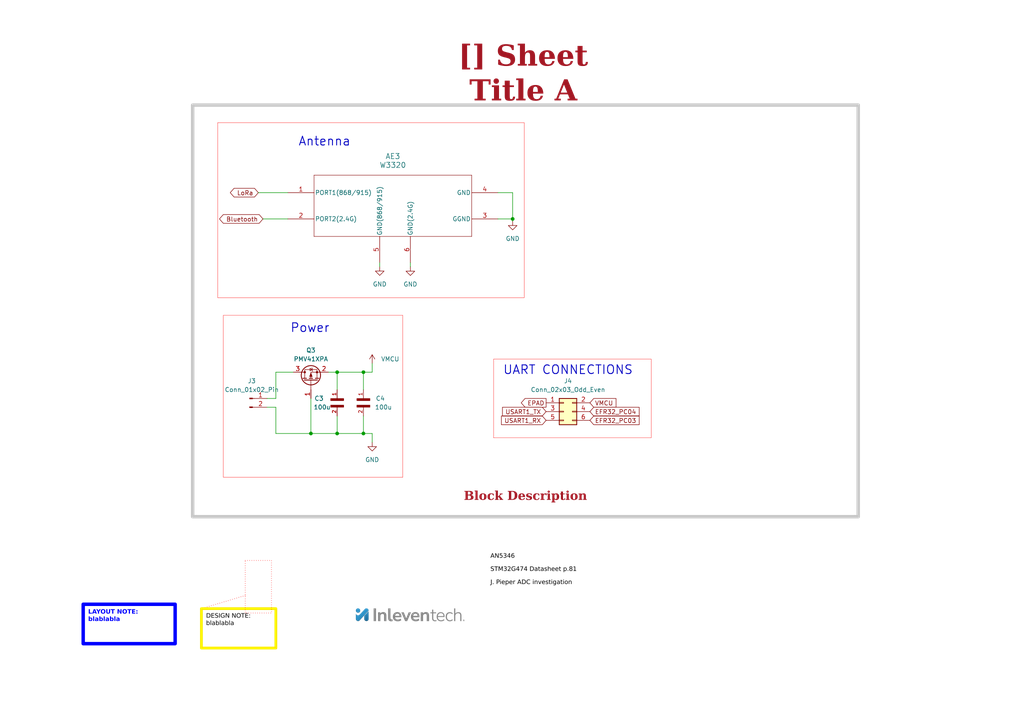
<source format=kicad_sch>
(kicad_sch (version 20250114) (generator "eeschema") (generator_version "9.0")
  (paper "A4")
  (title_block (title "Sheet Title A") (date "Last Modified Date") (rev "${REVISION}") (company "${COMPANY}"))
  (lib_symbols
    (symbol "Bluetooth____LoRa:+BATT" (power) (pin_names (offset 0))
      (property "Value" "+BATT" (at 0 3.556 0))
      (symbol "+BATT_0_1"
        (polyline (pts (xy -0.762 1.27) (xy 0 2.54)))
        (polyline (pts (xy 0 2.54) (xy 0.762 1.27)))
        (polyline (pts (xy 0 0) (xy 0 2.54)))
      )
      (symbol "+BATT_1_1"
        (pin power_in line (at 0 0 90) (length 0) (hide yes) (name "+BATT") (number "1"))
      )
    )
    (symbol "Bluetooth____LoRa:CL31A107MQHNNWE" (pin_names (offset 1.016))
      (property "Reference" "C" (at 0 3.8109 0))
      (property "Value" "CL31A107MQHNNWE" (at 0 -5.0885 0))
      (symbol "CL31A107MQHNNWE_0_0"
        (rectangle (start 0 -1.9069) (end 0.635 1.905) (stroke (width 0.1)) (fill (type outline)))
        (rectangle (start 1.9069 -1.9069) (end 2.54 1.905) (stroke (width 0.1)) (fill (type outline)))
        (pin passive line (at -2.54 0 0) (length 2.54) (name "~") (number "1"))
        (pin passive line (at 5.08 0 180) (length 2.54) (name "~") (number "2"))
      )
    )
    (symbol "Bluetooth____LoRa:Conn_01x02_Pin" (pin_names (offset 1.016) (hide yes))
      (property "Reference" "J" (at 0 2.54 0))
      (property "Value" "Conn_01x02_Pin" (at 0 -5.08 0))
      (symbol "Conn_01x02_Pin_1_1"
        (rectangle (start 0.8636 0.127) (end 0 -0.127) (stroke (width 0.1524)) (fill (type outline)))
        (rectangle (start 0.8636 -2.413) (end 0 -2.667) (stroke (width 0.1524)) (fill (type outline)))
        (polyline (pts (xy 1.27 0) (xy 0.8636 0)) (stroke (width 0.1524)))
        (polyline (pts (xy 1.27 -2.54) (xy 0.8636 -2.54)) (stroke (width 0.1524)))
        (pin passive line (at 5.08 0 180) (length 3.81) (name "Pin_1") (number "1"))
        (pin passive line (at 5.08 -2.54 180) (length 3.81) (name "Pin_2") (number "2"))
      )
    )
    (symbol "Bluetooth____LoRa:GND" (power) (pin_numbers (hide yes)) (pin_names (offset 0) (hide yes))
      (property "Value" "GND" (at 0 -3.81 0))
      (symbol "GND_0_1"
        (polyline (pts (xy 0 0) (xy 0 -1.27) (xy 1.27 -1.27) (xy 0 -2.54) (xy -1.27 -1.27) (xy 0 -1.27)))
      )
      (symbol "GND_1_1"
        (pin power_in line (at 0 0 270) (length 0) (name "~") (number "1"))
      )
    )
    (symbol "Bluetooth____LoRa:Q_PMOS_GSD" (pin_names (offset 0) (hide yes))
      (property "Reference" "Q" (at 5.08 1.27 0))
      (property "Value" "Q_PMOS_GSD" (at 5.08 -1.27 0))
      (symbol "Q_PMOS_GSD_0_1"
        (polyline (pts (xy 0.254 1.905) (xy 0.254 -1.905)) (stroke (width 0.254)))
        (polyline (pts (xy 0.254 0) (xy -2.54 0)))
        (polyline (pts (xy 0.762 2.286) (xy 0.762 1.27)) (stroke (width 0.254)))
        (polyline (pts (xy 0.762 1.778) (xy 3.302 1.778) (xy 3.302 -1.778) (xy 0.762 -1.778)))
        (polyline (pts (xy 0.762 0.508) (xy 0.762 -0.508)) (stroke (width 0.254)))
        (polyline (pts (xy 0.762 -1.27) (xy 0.762 -2.286)) (stroke (width 0.254)))
        (circle (center 1.651 0) (radius 2.794) (stroke (width 0.254)))
        (polyline (pts (xy 2.286 0) (xy 1.27 0.381) (xy 1.27 -0.381) (xy 2.286 0)) (fill (type outline)))
        (polyline (pts (xy 2.54 2.54) (xy 2.54 1.778)))
        (circle (center 2.54 1.778) (radius 0.254) (fill (type outline)))
        (circle (center 2.54 -1.778) (radius 0.254) (fill (type outline)))
        (polyline (pts (xy 2.54 -2.54) (xy 2.54 0) (xy 0.762 0)))
        (polyline (pts (xy 2.794 -0.508) (xy 2.921 -0.381) (xy 3.683 -0.381) (xy 3.81 -0.254)))
        (polyline (pts (xy 3.302 -0.381) (xy 2.921 0.254) (xy 3.683 0.254) (xy 3.302 -0.381)))
      )
      (symbol "Q_PMOS_GSD_1_1"
        (pin input line (at -5.08 0 0) (length 2.54) (name "G") (number "1"))
        (pin passive line (at 2.54 5.08 270) (length 2.54) (name "D") (number "3"))
        (pin passive line (at 2.54 -5.08 90) (length 2.54) (name "S") (number "2"))
      )
    )
    (symbol "Bluetooth____LoRa:W3320" (pin_names (offset 0.254))
      (property "Reference" "AE" (at 30.48 10.16 0))
      (property "Value" "W3320" (at 30.48 7.62 0))
      (symbol "W3320_0_1"
        (polyline (pts (xy 7.62 5.08) (xy 7.62 -12.7)) (stroke (width 0.127)))
        (polyline (pts (xy 7.62 -12.7) (xy 53.34 -12.7)) (stroke (width 0.127)))
        (polyline (pts (xy 53.34 5.08) (xy 7.62 5.08)) (stroke (width 0.127)))
        (polyline (pts (xy 53.34 -12.7) (xy 53.34 5.08)) (stroke (width 0.127)))
        (pin unspecified line (at 0 0 0) (length 7.62) (name "PORT1(868/915)") (number "1"))
        (pin unspecified line (at 0 -7.62 0) (length 7.62) (name "PORT2(2.4G)") (number "2"))
        (pin unspecified line (at 60.96 0 180) (length 7.62) (name "GND") (number "4"))
        (pin unspecified line (at 60.96 -7.62 180) (length 7.62) (name "GGND") (number "3"))
      )
      (symbol "W3320_1_1"
        (pin unspecified line (at 26.67 -20.32 90) (length 7.62) (name "GND(868/915)") (number "5"))
        (pin unspecified line (at 35.56 -20.32 90) (length 7.62) (name "GND(2.4G)") (number "6"))
      )
    )
    (symbol "Connector_Generic:Conn_02x03_Odd_Even" (pin_names (offset 1.016) (hide yes))
      (property "Reference" "J" (at 1.27 5.08 0))
      (property "Value" "Conn_02x03_Odd_Even" (at 1.27 -5.08 0))
      (symbol "Conn_02x03_Odd_Even_1_1"
        (rectangle (start -1.27 3.81) (end 3.81 -3.81) (stroke (width 0.254)) (fill (type background)))
        (rectangle (start -1.27 2.667) (end 0 2.413) (stroke (width 0.1524)))
        (rectangle (start -1.27 0.127) (end 0 -0.127) (stroke (width 0.1524)))
        (rectangle (start -1.27 -2.413) (end 0 -2.667) (stroke (width 0.1524)))
        (rectangle (start 3.81 2.667) (end 2.54 2.413) (stroke (width 0.1524)))
        (rectangle (start 3.81 0.127) (end 2.54 -0.127) (stroke (width 0.1524)))
        (rectangle (start 3.81 -2.413) (end 2.54 -2.667) (stroke (width 0.1524)))
        (pin passive line (at -5.08 2.54 0) (length 3.81) (name "Pin_1") (number "1"))
        (pin passive line (at -5.08 0 0) (length 3.81) (name "Pin_3") (number "3"))
        (pin passive line (at -5.08 -2.54 0) (length 3.81) (name "Pin_5") (number "5"))
        (pin passive line (at 7.62 2.54 180) (length 3.81) (name "Pin_2") (number "2"))
        (pin passive line (at 7.62 0 180) (length 3.81) (name "Pin_4") (number "4"))
        (pin passive line (at 7.62 -2.54 180) (length 3.81) (name "Pin_6") (number "6"))
      )
    )
  )
  (rectangle (start 63.1444 35.56) (end 152.0444 86.36) (stroke (width 0.0254) (color 255 0 0 1)))
  (rectangle (start 71.12 162.56) (end 78.74 177.8) (stroke (width 0) (type dot) (color 255 0 0 1)))
  (rectangle (start 64.77 91.44) (end 116.84 138.43) (stroke (width 0.0254) (color 255 0 0 1)))
  (rectangle (start 55.88 30.48) (end 248.92 149.86) (stroke (width 1) (color 200 200 200 1)))
  (rectangle (start 143.1544 104.14) (end 188.8744 127) (stroke (width 0.0254) (color 255 0 0 1)))
  (text "Power" (at 89.916 95.25 0) (effects (font (size 2.54 2.54) (thickness 0.254) (bold yes))))
  (text "J. Pieper ADC investigation" (at 142.24 170.18 0) (effects (font (size 1.27 1.27)) (justify left bottom)))
  (text "Antenna" (at 94.1324 41.148 0) (effects (font (size 2.54 2.54) (thickness 0.254) (bold yes))))
  (text "UART CONNECTIONS" (at 164.7444 107.442 0) (effects (font (size 2.54 2.54) (thickness 0.254) (bold yes))))
  (text "STM32G474 Datasheet p.81" (at 142.24 166.37 0) (effects (font (size 1.27 1.27)) (justify left bottom)))
  (text "AN5346" (at 142.24 162.56 0) (effects (font (size 1.27 1.27)) (justify left bottom)))
  (text_box "LAYOUT NOTE:\nblablabla" (at 24.13 175.26 0) (size 26.67 11.43) (margins 1.4525 1.4525 1.4525 1.4525) (stroke (width 1) (color 0 0 255 1)) (effects (font (size 1.27 1.27) (thickness 0.4) (bold yes)) (justify left top)))
  (text_box "[${#}] ${TITLE}" (at 115.57 15.24 0) (size 72.39 12.7) (margins 4.4999 4.4999 4.4999 4.4999) (stroke (width -0.0001)) (effects (font (size 6 6) (thickness 1.2) (bold yes))))
  (text_box "Block Description" (at 57.15 139.7 0) (size 190.5 7.62) (margins 1.9049 1.9049 1.9049 1.9049) (stroke (width -0.0001)) (effects (font (size 2.54 2.54) (thickness 0.508) (bold yes)) (justify bottom)))
  (text_box "DESIGN NOTE:\nblablabla" (at 58.42 176.53 0) (size 21.59 11.43) (margins 1.3525 1.3525 1.3525 1.3525) (stroke (width 0.8) (color 250 236 0 1)) (effects (font (size 1.27 1.27)) (justify left top)))
  (junction (at 105.41 107.95))
  (junction (at 90.17 125.73))
  (junction (at 148.6916 63.5))
  (junction (at 105.41 125.73))
  (junction (at 97.79 125.73))
  (junction (at 97.79 107.95))
  (wire (pts (xy 80.01 107.95) (xy 80.01 115.57)))
  (wire (pts (xy 144.4244 63.5) (xy 148.6916 63.5)))
  (wire (pts (xy 105.41 107.95) (xy 105.41 113.03)))
  (wire (pts (xy 80.01 118.11) (xy 80.01 125.73)))
  (wire (pts (xy 90.17 125.73) (xy 97.79 125.73)))
  (wire (pts (xy 105.41 125.73) (xy 107.95 125.73)))
  (wire (pts (xy 148.6916 63.5) (xy 148.6916 64.135)))
  (wire (pts (xy 105.41 107.95) (xy 107.95 107.95)))
  (wire (pts (xy 74.93 55.88) (xy 83.4644 55.88)))
  (wire (pts (xy 119.0244 77.3684) (xy 119.0244 76.2)))
  (wire (pts (xy 107.95 125.73) (xy 107.95 128.27)))
  (wire (pts (xy 80.01 115.57) (xy 77.47 115.57)))
  (wire (pts (xy 95.25 107.95) (xy 97.79 107.95)))
  (wire (pts (xy 80.01 107.95) (xy 85.09 107.95)))
  (wire (pts (xy 107.95 105.41) (xy 107.95 107.95)))
  (wire (pts (xy 97.79 125.73) (xy 105.41 125.73)))
  (wire (pts (xy 110.1344 77.343) (xy 110.1344 76.2)))
  (wire (pts (xy 97.79 107.95) (xy 97.79 113.03)))
  (wire (pts (xy 97.79 120.65) (xy 97.79 125.73)))
  (wire (pts (xy 80.01 118.11) (xy 77.47 118.11)))
  (wire (pts (xy 105.41 120.65) (xy 105.41 125.73)))
  (polyline (pts (xy 71.12 172.72) (xy 58.42 176.53)) (stroke (width 0) (type dot) (color 255 0 0 1)))
  (wire (pts (xy 76.2762 63.5) (xy 83.4644 63.5)))
  (wire (pts (xy 97.79 107.95) (xy 105.41 107.95)))
  (wire (pts (xy 144.4244 55.88) (xy 148.6916 55.88)))
  (wire (pts (xy 80.01 125.73) (xy 90.17 125.73)))
  (wire (pts (xy 90.17 115.57) (xy 90.17 125.73)))
  (wire (pts (xy 148.6916 55.88) (xy 148.6916 63.5)))
  (image (at 118.999 178.3334) (scale 0.134391))
  (global_label "EFR32_PC04" (shape input) (at 171.0944 119.38 0) (property "Intersheetrefs" "${INTERSHEET_REFS}" (effects (hide yes))))
  (global_label "LoRa" (shape bidirectional) (at 74.93 55.88 180) (property "Intersheetrefs" "${INTERSHEET_REFS}" (effects (hide yes))))
  (global_label "USART1_RX" (shape input) (at 158.3944 121.92 180) (property "Intersheetrefs" "${INTERSHEET_REFS}" (effects (hide yes))))
  (global_label "Bluetooth" (shape bidirectional) (at 76.2762 63.5 180) (property "Intersheetrefs" "${INTERSHEET_REFS}" (effects (hide yes))))
  (global_label "USART1_TX" (shape input) (at 158.3944 119.38 180) (property "Intersheetrefs" "${INTERSHEET_REFS}" (effects (hide yes))))
  (global_label "EPAD" (shape output) (at 158.3944 116.84 180) (property "Intersheetrefs" "${INTERSHEET_REFS}" (effects (hide yes))))
  (global_label "EFR32_PC03" (shape input) (at 171.0944 121.92 0) (property "Intersheetrefs" "${INTERSHEET_REFS}" (effects (hide yes))))
  (global_label "VMCU" (shape input) (at 171.0944 116.84 0) (property "Intersheetrefs" "${INTERSHEET_REFS}" (effects (hide yes))))
  (symbol (lib_id "Bluetooth____LoRa:Q_PMOS_GSD") (at 90.17 110.49 90) (unit 1)
    (property "Reference" "Q3" (at 90.17 101.6 90))
    (property "Value" "PMV41XPA" (at 90.17 104.14 90))
    (property "Footprint" "Package_TO_SOT_SMD:SOT-23" (effects (hide yes)))
    (property "Datasheet" "https://eu.mouser.com/datasheet/2/916/PMV41XPA-3240858.pdf" (effects (hide yes)))
    (instances (project "Bluetooth_LoRa_4cm" (path "" (reference "Q3") (unit 1)) (path "" (reference "Q10") (unit 1)) (path "" (reference "Q6") (unit 1))))
  )
  (symbol (lib_id "Bluetooth____LoRa:GND") (at 110.1344 77.343 0) (unit 1)
    (property "Reference" "#PWR08" (effects (hide yes)))
    (property "Value" "GND" (at 110.1344 82.423 0))
    (property "Description" "Power symbol creates a global label with name \"GND\" , ground" (effects (hide yes)))
    (instances (project "Bluetooth_LoRa_4cm" (path "" (reference "#PWR08") (unit 1)) (path "" (reference "#PWR046") (unit 1)) (path "" (reference "#PWR023") (unit 1))))
  )
  (symbol (lib_id "Bluetooth____LoRa:GND") (at 107.95 128.27 0) (unit 1)
    (property "Reference" "#PWR011" (effects (hide yes)))
    (property "Value" "GND" (at 107.95 133.35 0))
    (instances (project "Bluetooth_LoRa_4cm" (path "" (reference "#PWR011") (unit 1)) (path "" (reference "#PWR049") (unit 1)) (path "" (reference "#PWR026") (unit 1))))
  )
  (symbol (lib_id "Bluetooth____LoRa:GND") (at 119.0244 77.3684 0) (unit 1)
    (property "Reference" "#PWR09" (effects (hide yes)))
    (property "Value" "GND" (at 119.0244 82.4484 0))
    (property "Description" "Power symbol creates a global label with name \"GND\" , ground" (effects (hide yes)))
    (instances (project "Bluetooth_LoRa_4cm" (path "" (reference "#PWR09") (unit 1)) (path "" (reference "#PWR047") (unit 1)) (path "" (reference "#PWR024") (unit 1))))
  )
  (symbol (lib_id "Bluetooth____LoRa:CL31A107MQHNNWE") (at 97.79 115.57 270) (unit 1)
    (property "Reference" "C3" (at 91.186 115.57 90) (effects (justify left)))
    (property "Value" "100u" (at 90.932 118.1101 90) (effects (justify left)))
    (property "Footprint" "LoRa:CAPC2012X145N" (effects (hide yes)))
    (property "E_max" "1.8" (effects (hide yes)))
    (property "L_max" "0.8" (effects (hide yes)))
    (property "A_max" "1.8" (effects (hide yes)))
    (property "L1_nom" "0.5" (effects (hide yes)))
    (property "D_max" "3.4" (effects (hide yes)))
    (property "A_nom" "1.8" (effects (hide yes)))
    (property "L1_max" "0.8" (effects (hide yes)))
    (property "L1_min" "0.2" (effects (hide yes)))
    (property "A_min" "1.8" (effects (hide yes)))
    (property "E_min" "1.4" (effects (hide yes)))
    (property "D_min" "3.0" (effects (hide yes)))
    (property "D_nom" "3.2" (effects (hide yes)))
    (property "E_nom" "1.6" (effects (hide yes)))
    (property "STANDARD" "IPC 7351B" (effects (hide yes)))
    (property "L_min" "0.2" (effects (hide yes)))
    (property "L_nom" "0.5" (effects (hide yes)))
    (property "MANUFACTURER" "Samsung Electro-Mechanics" (effects (hide yes)))
    (instances (project "Bluetooth_LoRa_4cm" (path "" (reference "C3") (unit 1)) (path "" (reference "C17") (unit 1)) (path "" (reference "C9") (unit 1))))
  )
  (symbol (lib_id "Connector_Generic:Conn_02x03_Odd_Even") (at 163.4744 119.38 0) (unit 1)
    (property "Reference" "J4" (at 164.7444 110.49 0))
    (property "Value" "Conn_02x03_Odd_Even" (at 164.7444 113.03 0))
    (property "Footprint" "Connector_PinHeader_2.54mm:PinHeader_2x03_P2.54mm_Vertical" (effects (hide yes)))
    (property "Description" "Generic connector, double row, 02x03, odd/even pin numbering scheme (row 1 odd numbers, row 2 even numbers), script generated (kicad-library-utils/schlib/autogen/connector/)" (effects (hide yes)))
    (instances (project "Bluetooth_LoRa_4cm" (path "" (reference "J4") (unit 1)) (path "" (reference "J20") (unit 1)) (path "" (reference "J12") (unit 1))))
  )
  (symbol (lib_id "Bluetooth____LoRa:GND") (at 148.6916 64.135 0) (unit 1)
    (property "Reference" "#PWR07" (effects (hide yes)))
    (property "Value" "GND" (at 148.6916 69.215 0))
    (property "Description" "Power symbol creates a global label with name \"GND\" , ground" (effects (hide yes)))
    (instances (project "Bluetooth_LoRa_4cm" (path "" (reference "#PWR07") (unit 1)) (path "" (reference "#PWR045") (unit 1)) (path "" (reference "#PWR022") (unit 1))))
  )
  (symbol (lib_id "Bluetooth____LoRa:W3320") (at 83.4644 55.88 0) (unit 1)
    (property "Reference" "AE3" (at 113.9444 45.339 0) (effects (font (size 1.524 1.524))))
    (property "Value" "W3320" (at 113.9444 47.879 0) (effects (font (size 1.524 1.524))))
    (property "Footprint" "Antenna:W3320_PUL" (effects (hide yes)))
    (property "Datasheet" "W3320" (effects (hide yes)))
    (instances (project "Bluetooth_LoRa_4cm" (path "" (reference "AE3") (unit 1)) (path "" (reference "AE10") (unit 1)) (path "" (reference "AE6") (unit 1))))
  )
  (symbol (lib_id "Bluetooth____LoRa:+BATT") (at 107.95 105.41 0) (unit 1)
    (property "Reference" "#PWR010" (effects (hide yes)))
    (property "Value" "VMCU" (at 110.49 104.1399 0) (effects (justify left)))
    (instances (project "Bluetooth_LoRa_4cm" (path "" (reference "#PWR010") (unit 1)) (path "" (reference "#PWR048") (unit 1)) (path "" (reference "#PWR025") (unit 1))))
  )
  (symbol (lib_id "Bluetooth____LoRa:CL31A107MQHNNWE") (at 105.41 115.57 270) (unit 1)
    (property "Reference" "C4" (at 108.966 115.57 90) (effects (justify left)))
    (property "Value" "100u" (at 108.712 118.1101 90) (effects (justify left)))
    (property "Footprint" "LoRa:CAPC2012X145N" (effects (hide yes)))
    (property "E_max" "1.8" (effects (hide yes)))
    (property "L_max" "0.8" (effects (hide yes)))
    (property "A_max" "1.8" (effects (hide yes)))
    (property "L1_nom" "0.5" (effects (hide yes)))
    (property "D_max" "3.4" (effects (hide yes)))
    (property "A_nom" "1.8" (effects (hide yes)))
    (property "L1_max" "0.8" (effects (hide yes)))
    (property "L1_min" "0.2" (effects (hide yes)))
    (property "A_min" "1.8" (effects (hide yes)))
    (property "E_min" "1.4" (effects (hide yes)))
    (property "D_min" "3.0" (effects (hide yes)))
    (property "D_nom" "3.2" (effects (hide yes)))
    (property "E_nom" "1.6" (effects (hide yes)))
    (property "STANDARD" "IPC 7351B" (effects (hide yes)))
    (property "L_min" "0.2" (effects (hide yes)))
    (property "L_nom" "0.5" (effects (hide yes)))
    (property "MANUFACTURER" "Samsung Electro-Mechanics" (effects (hide yes)))
    (instances (project "Bluetooth_LoRa_4cm" (path "" (reference "C4") (unit 1)) (path "" (reference "C18") (unit 1)) (path "" (reference "C10") (unit 1))))
  )
  (symbol (lib_id "Bluetooth____LoRa:Conn_01x02_Pin") (at 72.39 115.57 0) (unit 1)
    (property "Reference" "J3" (at 73.025 110.49 0))
    (property "Value" "Conn_01x02_Pin" (at 73.025 113.03 0))
    (property "Footprint" "Connector_PinHeader_2.54mm:PinHeader_1x02_P2.54mm_Vertical" (effects (hide yes)))
    (property "Description" "Generic connector, single row, 01x02, script generated" (effects (hide yes)))
    (instances (project "Bluetooth_LoRa_4cm" (path "" (reference "J3") (unit 1)) (path "" (reference "J19") (unit 1)) (path "" (reference "J11") (unit 1))))
  )
)
</source>
